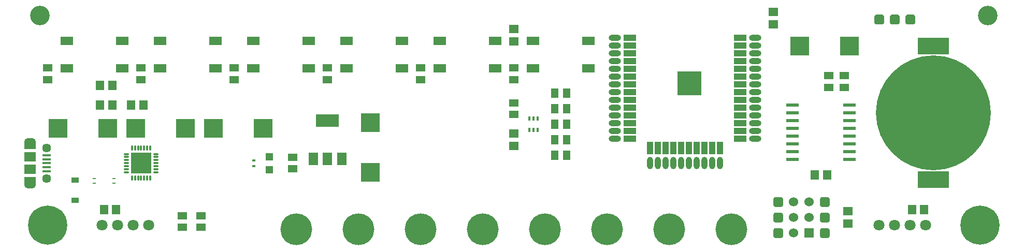
<source format=gbs>
G04 #@! TF.GenerationSoftware,KiCad,Pcbnew,no-vcs-found-67ccf76~61~ubuntu16.04.1*
G04 #@! TF.CreationDate,2018-03-11T14:56:02+05:30*
G04 #@! TF.ProjectId,k3jr_controller,6B336A725F636F6E74726F6C6C65722E,rev 1*
G04 #@! TF.SameCoordinates,Original*
G04 #@! TF.FileFunction,Soldermask,Bot*
G04 #@! TF.FilePolarity,Negative*
%FSLAX46Y46*%
G04 Gerber Fmt 4.6, Leading zero omitted, Abs format (unit mm)*
G04 Created by KiCad (PCBNEW no-vcs-found-67ccf76~61~ubuntu16.04.1) date Sun Mar 11 14:56:02 2018*
%MOMM*%
%LPD*%
G01*
G04 APERTURE LIST*
%ADD10R,1.900000X1.500000*%
%ADD11C,1.450000*%
%ADD12R,1.350000X0.400000*%
%ADD13O,1.900000X1.200000*%
%ADD14R,1.900000X1.200000*%
%ADD15C,0.800000*%
%ADD16C,6.400000*%
%ADD17R,2.100000X1.400000*%
%ADD18C,5.200000*%
%ADD19R,3.048000X3.048000*%
%ADD20O,0.850000X0.300000*%
%ADD21O,0.300000X0.850000*%
%ADD22R,1.675000X1.675000*%
%ADD23R,1.498600X1.300480*%
%ADD24R,1.350000X1.550000*%
%ADD25C,3.200000*%
%ADD26R,0.500000X0.250000*%
%ADD27R,1.500000X2.000000*%
%ADD28R,3.800000X2.000000*%
%ADD29R,1.300480X1.498600*%
%ADD30R,0.400000X0.650000*%
%ADD31R,1.550000X1.350000*%
%ADD32C,0.150000*%
%ADD33C,1.600000*%
%ADD34R,5.080000X2.794000*%
%ADD35C,18.796000*%
%ADD36R,1.998980X0.599440*%
%ADD37C,1.524000*%
%ADD38R,1.524000X1.524000*%
%ADD39C,1.800000*%
%ADD40R,1.200000X0.900000*%
%ADD41R,0.600000X0.400000*%
%ADD42O,1.000000X2.000000*%
%ADD43O,2.000000X1.000000*%
%ADD44R,4.000000X4.000000*%
%ADD45R,2.000000X1.000000*%
%ADD46R,1.000000X2.000000*%
%ADD47R,1.198880X1.198880*%
G04 APERTURE END LIST*
D10*
X52355000Y-76470000D03*
D11*
X55055000Y-79970000D03*
D12*
X55055000Y-78120000D03*
X55055000Y-78770000D03*
X55055000Y-76170000D03*
X55055000Y-76820000D03*
X55055000Y-77470000D03*
D11*
X55055000Y-74970000D03*
D10*
X52355000Y-78470000D03*
D13*
X52355000Y-80970000D03*
X52355000Y-73970000D03*
D14*
X52355000Y-74570000D03*
X52355000Y-80370000D03*
D15*
X56942056Y-85932944D03*
X55245000Y-85230000D03*
X53547944Y-85932944D03*
X52845000Y-87630000D03*
X53547944Y-89327056D03*
X55245000Y-90030000D03*
X56942056Y-89327056D03*
X57645000Y-87630000D03*
D16*
X55245000Y-87630000D03*
D17*
X73555000Y-57440000D03*
X82655000Y-57440000D03*
X82655000Y-61940000D03*
X73555000Y-61940000D03*
D18*
X126365000Y-88265000D03*
X156845000Y-88265000D03*
X167005000Y-88265000D03*
D19*
X186309000Y-58293000D03*
X178181000Y-58293000D03*
D15*
X70485000Y-77470000D03*
X69850000Y-76835000D03*
X71120000Y-76835000D03*
X71120000Y-78105000D03*
X69850000Y-78105000D03*
D20*
X68035000Y-78970000D03*
X68035000Y-78470000D03*
X68035000Y-77970000D03*
X68035000Y-77470000D03*
X68035000Y-76970000D03*
X68035000Y-76470000D03*
X68035000Y-75970000D03*
D21*
X68985000Y-75020000D03*
X69485000Y-75020000D03*
X69985000Y-75020000D03*
X70485000Y-75020000D03*
X70985000Y-75020000D03*
X71485000Y-75020000D03*
X71985000Y-75020000D03*
D20*
X72935000Y-75970000D03*
X72935000Y-76470000D03*
X72935000Y-76970000D03*
X72935000Y-77470000D03*
X72935000Y-77970000D03*
X72935000Y-78470000D03*
X72935000Y-78970000D03*
D21*
X71985000Y-79920000D03*
X71485000Y-79920000D03*
X70985000Y-79920000D03*
X70485000Y-79920000D03*
X69985000Y-79920000D03*
X69485000Y-79920000D03*
X68985000Y-79920000D03*
D22*
X71322500Y-76632500D03*
X71322500Y-78307500D03*
X69647500Y-76632500D03*
X69647500Y-78307500D03*
D23*
X70485000Y-61912500D03*
X70485000Y-63817500D03*
X85725000Y-61912500D03*
X85725000Y-63817500D03*
D24*
X64405000Y-85090000D03*
X66405000Y-85090000D03*
D17*
X143615000Y-61940000D03*
X134515000Y-61940000D03*
X134515000Y-57440000D03*
X143615000Y-57440000D03*
D25*
X53975000Y-53340000D03*
X208915000Y-53340000D03*
D26*
X66040000Y-80766000D03*
X66040000Y-80016000D03*
D19*
X107950000Y-78994000D03*
X107950000Y-70866000D03*
X82296000Y-71755000D03*
X90424000Y-71755000D03*
D24*
X182610000Y-79375000D03*
X180610000Y-79375000D03*
D23*
X100965000Y-61912500D03*
X100965000Y-63817500D03*
X116205000Y-61912500D03*
X116205000Y-63817500D03*
X80250000Y-86047500D03*
X80250000Y-87952500D03*
D27*
X103265000Y-76810000D03*
X98665000Y-76810000D03*
X100965000Y-76810000D03*
D28*
X100965000Y-70510000D03*
D29*
X140017500Y-68580000D03*
X138112500Y-68580000D03*
X138112500Y-71120000D03*
X140017500Y-71120000D03*
X140017500Y-73660000D03*
X138112500Y-73660000D03*
X140017500Y-76200000D03*
X138112500Y-76200000D03*
D23*
X131445000Y-63817500D03*
X131445000Y-61912500D03*
X55245000Y-63817500D03*
X55245000Y-61912500D03*
X95250000Y-76517500D03*
X95250000Y-78422500D03*
X131445000Y-67627500D03*
X131445000Y-69532500D03*
D30*
X133970000Y-72070000D03*
X135270000Y-72070000D03*
X134620000Y-70170000D03*
X134620000Y-72070000D03*
X135270000Y-70170000D03*
X133970000Y-70170000D03*
D31*
X173863000Y-54721000D03*
X173863000Y-52721000D03*
D24*
X68850000Y-67945000D03*
X70850000Y-67945000D03*
D17*
X88795000Y-57440000D03*
X97895000Y-57440000D03*
X97895000Y-61940000D03*
X88795000Y-61940000D03*
D19*
X77724000Y-71755000D03*
X69596000Y-71755000D03*
D24*
X65770000Y-67945000D03*
X63770000Y-67945000D03*
D19*
X56896000Y-71755000D03*
X65024000Y-71755000D03*
D31*
X131445000Y-57515000D03*
X131445000Y-55515000D03*
D24*
X65770000Y-64770000D03*
X63770000Y-64770000D03*
D23*
X77250000Y-86047500D03*
X77250000Y-87952500D03*
X185420000Y-63182500D03*
X185420000Y-65087500D03*
X182880000Y-63182500D03*
X182880000Y-65087500D03*
D32*
G36*
X191574207Y-53176926D02*
X191613036Y-53182686D01*
X191651114Y-53192224D01*
X191688073Y-53205448D01*
X191723559Y-53222231D01*
X191757228Y-53242412D01*
X191788757Y-53265796D01*
X191817843Y-53292157D01*
X191844204Y-53321243D01*
X191867588Y-53352772D01*
X191887769Y-53386441D01*
X191904552Y-53421927D01*
X191917776Y-53458886D01*
X191927314Y-53496964D01*
X191933074Y-53535793D01*
X191935000Y-53575000D01*
X191935000Y-54375000D01*
X191933074Y-54414207D01*
X191927314Y-54453036D01*
X191917776Y-54491114D01*
X191904552Y-54528073D01*
X191887769Y-54563559D01*
X191867588Y-54597228D01*
X191844204Y-54628757D01*
X191817843Y-54657843D01*
X191788757Y-54684204D01*
X191757228Y-54707588D01*
X191723559Y-54727769D01*
X191688073Y-54744552D01*
X191651114Y-54757776D01*
X191613036Y-54767314D01*
X191574207Y-54773074D01*
X191535000Y-54775000D01*
X190735000Y-54775000D01*
X190695793Y-54773074D01*
X190656964Y-54767314D01*
X190618886Y-54757776D01*
X190581927Y-54744552D01*
X190546441Y-54727769D01*
X190512772Y-54707588D01*
X190481243Y-54684204D01*
X190452157Y-54657843D01*
X190425796Y-54628757D01*
X190402412Y-54597228D01*
X190382231Y-54563559D01*
X190365448Y-54528073D01*
X190352224Y-54491114D01*
X190342686Y-54453036D01*
X190336926Y-54414207D01*
X190335000Y-54375000D01*
X190335000Y-53575000D01*
X190336926Y-53535793D01*
X190342686Y-53496964D01*
X190352224Y-53458886D01*
X190365448Y-53421927D01*
X190382231Y-53386441D01*
X190402412Y-53352772D01*
X190425796Y-53321243D01*
X190452157Y-53292157D01*
X190481243Y-53265796D01*
X190512772Y-53242412D01*
X190546441Y-53222231D01*
X190581927Y-53205448D01*
X190618886Y-53192224D01*
X190656964Y-53182686D01*
X190695793Y-53176926D01*
X190735000Y-53175000D01*
X191535000Y-53175000D01*
X191574207Y-53176926D01*
X191574207Y-53176926D01*
G37*
D33*
X191135000Y-53975000D03*
D17*
X104035000Y-57440000D03*
X113135000Y-57440000D03*
X113135000Y-61940000D03*
X104035000Y-61940000D03*
D15*
X209342056Y-85932944D03*
X207645000Y-85230000D03*
X205947944Y-85932944D03*
X205245000Y-87630000D03*
X205947944Y-89327056D03*
X207645000Y-90030000D03*
X209342056Y-89327056D03*
X210045000Y-87630000D03*
D16*
X207645000Y-87630000D03*
D34*
X200025000Y-80137000D03*
X200025000Y-58293000D03*
D35*
X200025000Y-69215000D03*
D36*
X176959260Y-67945000D03*
X176959260Y-69215000D03*
X176959260Y-70485000D03*
X176959260Y-71755000D03*
X176959260Y-73025000D03*
X176959260Y-74295000D03*
X176959260Y-75565000D03*
X176959260Y-76835000D03*
X186260740Y-76835000D03*
X186260740Y-75565000D03*
X186260740Y-74295000D03*
X186260740Y-73025000D03*
X186260740Y-71755000D03*
X186260740Y-70485000D03*
X186260740Y-69215000D03*
X186260740Y-67945000D03*
D17*
X67415000Y-61940000D03*
X58315000Y-61940000D03*
X58315000Y-57440000D03*
X67415000Y-57440000D03*
D18*
X136525000Y-88265000D03*
X146685000Y-88265000D03*
D32*
G36*
X182684207Y-88101926D02*
X182723036Y-88107686D01*
X182761114Y-88117224D01*
X182798073Y-88130448D01*
X182833559Y-88147231D01*
X182867228Y-88167412D01*
X182898757Y-88190796D01*
X182927843Y-88217157D01*
X182954204Y-88246243D01*
X182977588Y-88277772D01*
X182997769Y-88311441D01*
X183014552Y-88346927D01*
X183027776Y-88383886D01*
X183037314Y-88421964D01*
X183043074Y-88460793D01*
X183045000Y-88500000D01*
X183045000Y-89300000D01*
X183043074Y-89339207D01*
X183037314Y-89378036D01*
X183027776Y-89416114D01*
X183014552Y-89453073D01*
X182997769Y-89488559D01*
X182977588Y-89522228D01*
X182954204Y-89553757D01*
X182927843Y-89582843D01*
X182898757Y-89609204D01*
X182867228Y-89632588D01*
X182833559Y-89652769D01*
X182798073Y-89669552D01*
X182761114Y-89682776D01*
X182723036Y-89692314D01*
X182684207Y-89698074D01*
X182645000Y-89700000D01*
X181845000Y-89700000D01*
X181805793Y-89698074D01*
X181766964Y-89692314D01*
X181728886Y-89682776D01*
X181691927Y-89669552D01*
X181656441Y-89652769D01*
X181622772Y-89632588D01*
X181591243Y-89609204D01*
X181562157Y-89582843D01*
X181535796Y-89553757D01*
X181512412Y-89522228D01*
X181492231Y-89488559D01*
X181475448Y-89453073D01*
X181462224Y-89416114D01*
X181452686Y-89378036D01*
X181446926Y-89339207D01*
X181445000Y-89300000D01*
X181445000Y-88500000D01*
X181446926Y-88460793D01*
X181452686Y-88421964D01*
X181462224Y-88383886D01*
X181475448Y-88346927D01*
X181492231Y-88311441D01*
X181512412Y-88277772D01*
X181535796Y-88246243D01*
X181562157Y-88217157D01*
X181591243Y-88190796D01*
X181622772Y-88167412D01*
X181656441Y-88147231D01*
X181691927Y-88130448D01*
X181728886Y-88117224D01*
X181766964Y-88107686D01*
X181805793Y-88101926D01*
X181845000Y-88100000D01*
X182645000Y-88100000D01*
X182684207Y-88101926D01*
X182684207Y-88101926D01*
G37*
D33*
X182245000Y-88900000D03*
D32*
G36*
X175064207Y-88101926D02*
X175103036Y-88107686D01*
X175141114Y-88117224D01*
X175178073Y-88130448D01*
X175213559Y-88147231D01*
X175247228Y-88167412D01*
X175278757Y-88190796D01*
X175307843Y-88217157D01*
X175334204Y-88246243D01*
X175357588Y-88277772D01*
X175377769Y-88311441D01*
X175394552Y-88346927D01*
X175407776Y-88383886D01*
X175417314Y-88421964D01*
X175423074Y-88460793D01*
X175425000Y-88500000D01*
X175425000Y-89300000D01*
X175423074Y-89339207D01*
X175417314Y-89378036D01*
X175407776Y-89416114D01*
X175394552Y-89453073D01*
X175377769Y-89488559D01*
X175357588Y-89522228D01*
X175334204Y-89553757D01*
X175307843Y-89582843D01*
X175278757Y-89609204D01*
X175247228Y-89632588D01*
X175213559Y-89652769D01*
X175178073Y-89669552D01*
X175141114Y-89682776D01*
X175103036Y-89692314D01*
X175064207Y-89698074D01*
X175025000Y-89700000D01*
X174225000Y-89700000D01*
X174185793Y-89698074D01*
X174146964Y-89692314D01*
X174108886Y-89682776D01*
X174071927Y-89669552D01*
X174036441Y-89652769D01*
X174002772Y-89632588D01*
X173971243Y-89609204D01*
X173942157Y-89582843D01*
X173915796Y-89553757D01*
X173892412Y-89522228D01*
X173872231Y-89488559D01*
X173855448Y-89453073D01*
X173842224Y-89416114D01*
X173832686Y-89378036D01*
X173826926Y-89339207D01*
X173825000Y-89300000D01*
X173825000Y-88500000D01*
X173826926Y-88460793D01*
X173832686Y-88421964D01*
X173842224Y-88383886D01*
X173855448Y-88346927D01*
X173872231Y-88311441D01*
X173892412Y-88277772D01*
X173915796Y-88246243D01*
X173942157Y-88217157D01*
X173971243Y-88190796D01*
X174002772Y-88167412D01*
X174036441Y-88147231D01*
X174071927Y-88130448D01*
X174108886Y-88117224D01*
X174146964Y-88107686D01*
X174185793Y-88101926D01*
X174225000Y-88100000D01*
X175025000Y-88100000D01*
X175064207Y-88101926D01*
X175064207Y-88101926D01*
G37*
D33*
X174625000Y-88900000D03*
D32*
G36*
X182684207Y-85561926D02*
X182723036Y-85567686D01*
X182761114Y-85577224D01*
X182798073Y-85590448D01*
X182833559Y-85607231D01*
X182867228Y-85627412D01*
X182898757Y-85650796D01*
X182927843Y-85677157D01*
X182954204Y-85706243D01*
X182977588Y-85737772D01*
X182997769Y-85771441D01*
X183014552Y-85806927D01*
X183027776Y-85843886D01*
X183037314Y-85881964D01*
X183043074Y-85920793D01*
X183045000Y-85960000D01*
X183045000Y-86760000D01*
X183043074Y-86799207D01*
X183037314Y-86838036D01*
X183027776Y-86876114D01*
X183014552Y-86913073D01*
X182997769Y-86948559D01*
X182977588Y-86982228D01*
X182954204Y-87013757D01*
X182927843Y-87042843D01*
X182898757Y-87069204D01*
X182867228Y-87092588D01*
X182833559Y-87112769D01*
X182798073Y-87129552D01*
X182761114Y-87142776D01*
X182723036Y-87152314D01*
X182684207Y-87158074D01*
X182645000Y-87160000D01*
X181845000Y-87160000D01*
X181805793Y-87158074D01*
X181766964Y-87152314D01*
X181728886Y-87142776D01*
X181691927Y-87129552D01*
X181656441Y-87112769D01*
X181622772Y-87092588D01*
X181591243Y-87069204D01*
X181562157Y-87042843D01*
X181535796Y-87013757D01*
X181512412Y-86982228D01*
X181492231Y-86948559D01*
X181475448Y-86913073D01*
X181462224Y-86876114D01*
X181452686Y-86838036D01*
X181446926Y-86799207D01*
X181445000Y-86760000D01*
X181445000Y-85960000D01*
X181446926Y-85920793D01*
X181452686Y-85881964D01*
X181462224Y-85843886D01*
X181475448Y-85806927D01*
X181492231Y-85771441D01*
X181512412Y-85737772D01*
X181535796Y-85706243D01*
X181562157Y-85677157D01*
X181591243Y-85650796D01*
X181622772Y-85627412D01*
X181656441Y-85607231D01*
X181691927Y-85590448D01*
X181728886Y-85577224D01*
X181766964Y-85567686D01*
X181805793Y-85561926D01*
X181845000Y-85560000D01*
X182645000Y-85560000D01*
X182684207Y-85561926D01*
X182684207Y-85561926D01*
G37*
D33*
X182245000Y-86360000D03*
D37*
X179705000Y-83820000D03*
X177165000Y-83820000D03*
X179705000Y-86360000D03*
X177165000Y-86360000D03*
D38*
X179705000Y-88900000D03*
D37*
X177165000Y-88900000D03*
D32*
G36*
X175064207Y-85561926D02*
X175103036Y-85567686D01*
X175141114Y-85577224D01*
X175178073Y-85590448D01*
X175213559Y-85607231D01*
X175247228Y-85627412D01*
X175278757Y-85650796D01*
X175307843Y-85677157D01*
X175334204Y-85706243D01*
X175357588Y-85737772D01*
X175377769Y-85771441D01*
X175394552Y-85806927D01*
X175407776Y-85843886D01*
X175417314Y-85881964D01*
X175423074Y-85920793D01*
X175425000Y-85960000D01*
X175425000Y-86760000D01*
X175423074Y-86799207D01*
X175417314Y-86838036D01*
X175407776Y-86876114D01*
X175394552Y-86913073D01*
X175377769Y-86948559D01*
X175357588Y-86982228D01*
X175334204Y-87013757D01*
X175307843Y-87042843D01*
X175278757Y-87069204D01*
X175247228Y-87092588D01*
X175213559Y-87112769D01*
X175178073Y-87129552D01*
X175141114Y-87142776D01*
X175103036Y-87152314D01*
X175064207Y-87158074D01*
X175025000Y-87160000D01*
X174225000Y-87160000D01*
X174185793Y-87158074D01*
X174146964Y-87152314D01*
X174108886Y-87142776D01*
X174071927Y-87129552D01*
X174036441Y-87112769D01*
X174002772Y-87092588D01*
X173971243Y-87069204D01*
X173942157Y-87042843D01*
X173915796Y-87013757D01*
X173892412Y-86982228D01*
X173872231Y-86948559D01*
X173855448Y-86913073D01*
X173842224Y-86876114D01*
X173832686Y-86838036D01*
X173826926Y-86799207D01*
X173825000Y-86760000D01*
X173825000Y-85960000D01*
X173826926Y-85920793D01*
X173832686Y-85881964D01*
X173842224Y-85843886D01*
X173855448Y-85806927D01*
X173872231Y-85771441D01*
X173892412Y-85737772D01*
X173915796Y-85706243D01*
X173942157Y-85677157D01*
X173971243Y-85650796D01*
X174002772Y-85627412D01*
X174036441Y-85607231D01*
X174071927Y-85590448D01*
X174108886Y-85577224D01*
X174146964Y-85567686D01*
X174185793Y-85561926D01*
X174225000Y-85560000D01*
X175025000Y-85560000D01*
X175064207Y-85561926D01*
X175064207Y-85561926D01*
G37*
D33*
X174625000Y-86360000D03*
D32*
G36*
X182684207Y-83021926D02*
X182723036Y-83027686D01*
X182761114Y-83037224D01*
X182798073Y-83050448D01*
X182833559Y-83067231D01*
X182867228Y-83087412D01*
X182898757Y-83110796D01*
X182927843Y-83137157D01*
X182954204Y-83166243D01*
X182977588Y-83197772D01*
X182997769Y-83231441D01*
X183014552Y-83266927D01*
X183027776Y-83303886D01*
X183037314Y-83341964D01*
X183043074Y-83380793D01*
X183045000Y-83420000D01*
X183045000Y-84220000D01*
X183043074Y-84259207D01*
X183037314Y-84298036D01*
X183027776Y-84336114D01*
X183014552Y-84373073D01*
X182997769Y-84408559D01*
X182977588Y-84442228D01*
X182954204Y-84473757D01*
X182927843Y-84502843D01*
X182898757Y-84529204D01*
X182867228Y-84552588D01*
X182833559Y-84572769D01*
X182798073Y-84589552D01*
X182761114Y-84602776D01*
X182723036Y-84612314D01*
X182684207Y-84618074D01*
X182645000Y-84620000D01*
X181845000Y-84620000D01*
X181805793Y-84618074D01*
X181766964Y-84612314D01*
X181728886Y-84602776D01*
X181691927Y-84589552D01*
X181656441Y-84572769D01*
X181622772Y-84552588D01*
X181591243Y-84529204D01*
X181562157Y-84502843D01*
X181535796Y-84473757D01*
X181512412Y-84442228D01*
X181492231Y-84408559D01*
X181475448Y-84373073D01*
X181462224Y-84336114D01*
X181452686Y-84298036D01*
X181446926Y-84259207D01*
X181445000Y-84220000D01*
X181445000Y-83420000D01*
X181446926Y-83380793D01*
X181452686Y-83341964D01*
X181462224Y-83303886D01*
X181475448Y-83266927D01*
X181492231Y-83231441D01*
X181512412Y-83197772D01*
X181535796Y-83166243D01*
X181562157Y-83137157D01*
X181591243Y-83110796D01*
X181622772Y-83087412D01*
X181656441Y-83067231D01*
X181691927Y-83050448D01*
X181728886Y-83037224D01*
X181766964Y-83027686D01*
X181805793Y-83021926D01*
X181845000Y-83020000D01*
X182645000Y-83020000D01*
X182684207Y-83021926D01*
X182684207Y-83021926D01*
G37*
D33*
X182245000Y-83820000D03*
D32*
G36*
X175064207Y-83021926D02*
X175103036Y-83027686D01*
X175141114Y-83037224D01*
X175178073Y-83050448D01*
X175213559Y-83067231D01*
X175247228Y-83087412D01*
X175278757Y-83110796D01*
X175307843Y-83137157D01*
X175334204Y-83166243D01*
X175357588Y-83197772D01*
X175377769Y-83231441D01*
X175394552Y-83266927D01*
X175407776Y-83303886D01*
X175417314Y-83341964D01*
X175423074Y-83380793D01*
X175425000Y-83420000D01*
X175425000Y-84220000D01*
X175423074Y-84259207D01*
X175417314Y-84298036D01*
X175407776Y-84336114D01*
X175394552Y-84373073D01*
X175377769Y-84408559D01*
X175357588Y-84442228D01*
X175334204Y-84473757D01*
X175307843Y-84502843D01*
X175278757Y-84529204D01*
X175247228Y-84552588D01*
X175213559Y-84572769D01*
X175178073Y-84589552D01*
X175141114Y-84602776D01*
X175103036Y-84612314D01*
X175064207Y-84618074D01*
X175025000Y-84620000D01*
X174225000Y-84620000D01*
X174185793Y-84618074D01*
X174146964Y-84612314D01*
X174108886Y-84602776D01*
X174071927Y-84589552D01*
X174036441Y-84572769D01*
X174002772Y-84552588D01*
X173971243Y-84529204D01*
X173942157Y-84502843D01*
X173915796Y-84473757D01*
X173892412Y-84442228D01*
X173872231Y-84408559D01*
X173855448Y-84373073D01*
X173842224Y-84336114D01*
X173832686Y-84298036D01*
X173826926Y-84259207D01*
X173825000Y-84220000D01*
X173825000Y-83420000D01*
X173826926Y-83380793D01*
X173832686Y-83341964D01*
X173842224Y-83303886D01*
X173855448Y-83266927D01*
X173872231Y-83231441D01*
X173892412Y-83197772D01*
X173915796Y-83166243D01*
X173942157Y-83137157D01*
X173971243Y-83110796D01*
X174002772Y-83087412D01*
X174036441Y-83067231D01*
X174071927Y-83050448D01*
X174108886Y-83037224D01*
X174146964Y-83027686D01*
X174185793Y-83021926D01*
X174225000Y-83020000D01*
X175025000Y-83020000D01*
X175064207Y-83021926D01*
X175064207Y-83021926D01*
G37*
D33*
X174625000Y-83820000D03*
D31*
X186055000Y-87360000D03*
X186055000Y-85360000D03*
D32*
G36*
X196654207Y-53176926D02*
X196693036Y-53182686D01*
X196731114Y-53192224D01*
X196768073Y-53205448D01*
X196803559Y-53222231D01*
X196837228Y-53242412D01*
X196868757Y-53265796D01*
X196897843Y-53292157D01*
X196924204Y-53321243D01*
X196947588Y-53352772D01*
X196967769Y-53386441D01*
X196984552Y-53421927D01*
X196997776Y-53458886D01*
X197007314Y-53496964D01*
X197013074Y-53535793D01*
X197015000Y-53575000D01*
X197015000Y-54375000D01*
X197013074Y-54414207D01*
X197007314Y-54453036D01*
X196997776Y-54491114D01*
X196984552Y-54528073D01*
X196967769Y-54563559D01*
X196947588Y-54597228D01*
X196924204Y-54628757D01*
X196897843Y-54657843D01*
X196868757Y-54684204D01*
X196837228Y-54707588D01*
X196803559Y-54727769D01*
X196768073Y-54744552D01*
X196731114Y-54757776D01*
X196693036Y-54767314D01*
X196654207Y-54773074D01*
X196615000Y-54775000D01*
X195815000Y-54775000D01*
X195775793Y-54773074D01*
X195736964Y-54767314D01*
X195698886Y-54757776D01*
X195661927Y-54744552D01*
X195626441Y-54727769D01*
X195592772Y-54707588D01*
X195561243Y-54684204D01*
X195532157Y-54657843D01*
X195505796Y-54628757D01*
X195482412Y-54597228D01*
X195462231Y-54563559D01*
X195445448Y-54528073D01*
X195432224Y-54491114D01*
X195422686Y-54453036D01*
X195416926Y-54414207D01*
X195415000Y-54375000D01*
X195415000Y-53575000D01*
X195416926Y-53535793D01*
X195422686Y-53496964D01*
X195432224Y-53458886D01*
X195445448Y-53421927D01*
X195462231Y-53386441D01*
X195482412Y-53352772D01*
X195505796Y-53321243D01*
X195532157Y-53292157D01*
X195561243Y-53265796D01*
X195592772Y-53242412D01*
X195626441Y-53222231D01*
X195661927Y-53205448D01*
X195698886Y-53192224D01*
X195736964Y-53182686D01*
X195775793Y-53176926D01*
X195815000Y-53175000D01*
X196615000Y-53175000D01*
X196654207Y-53176926D01*
X196654207Y-53176926D01*
G37*
D33*
X196215000Y-53975000D03*
D32*
G36*
X194114207Y-53176926D02*
X194153036Y-53182686D01*
X194191114Y-53192224D01*
X194228073Y-53205448D01*
X194263559Y-53222231D01*
X194297228Y-53242412D01*
X194328757Y-53265796D01*
X194357843Y-53292157D01*
X194384204Y-53321243D01*
X194407588Y-53352772D01*
X194427769Y-53386441D01*
X194444552Y-53421927D01*
X194457776Y-53458886D01*
X194467314Y-53496964D01*
X194473074Y-53535793D01*
X194475000Y-53575000D01*
X194475000Y-54375000D01*
X194473074Y-54414207D01*
X194467314Y-54453036D01*
X194457776Y-54491114D01*
X194444552Y-54528073D01*
X194427769Y-54563559D01*
X194407588Y-54597228D01*
X194384204Y-54628757D01*
X194357843Y-54657843D01*
X194328757Y-54684204D01*
X194297228Y-54707588D01*
X194263559Y-54727769D01*
X194228073Y-54744552D01*
X194191114Y-54757776D01*
X194153036Y-54767314D01*
X194114207Y-54773074D01*
X194075000Y-54775000D01*
X193275000Y-54775000D01*
X193235793Y-54773074D01*
X193196964Y-54767314D01*
X193158886Y-54757776D01*
X193121927Y-54744552D01*
X193086441Y-54727769D01*
X193052772Y-54707588D01*
X193021243Y-54684204D01*
X192992157Y-54657843D01*
X192965796Y-54628757D01*
X192942412Y-54597228D01*
X192922231Y-54563559D01*
X192905448Y-54528073D01*
X192892224Y-54491114D01*
X192882686Y-54453036D01*
X192876926Y-54414207D01*
X192875000Y-54375000D01*
X192875000Y-53575000D01*
X192876926Y-53535793D01*
X192882686Y-53496964D01*
X192892224Y-53458886D01*
X192905448Y-53421927D01*
X192922231Y-53386441D01*
X192942412Y-53352772D01*
X192965796Y-53321243D01*
X192992157Y-53292157D01*
X193021243Y-53265796D01*
X193052772Y-53242412D01*
X193086441Y-53222231D01*
X193121927Y-53205448D01*
X193158886Y-53192224D01*
X193196964Y-53182686D01*
X193235793Y-53176926D01*
X193275000Y-53175000D01*
X194075000Y-53175000D01*
X194114207Y-53176926D01*
X194114207Y-53176926D01*
G37*
D33*
X193675000Y-53975000D03*
D39*
X64135000Y-87630000D03*
X66675000Y-87630000D03*
X69215000Y-87630000D03*
X71755000Y-87630000D03*
X191135000Y-87630000D03*
X193675000Y-87630000D03*
X196215000Y-87630000D03*
X198755000Y-87630000D03*
D24*
X196485000Y-85090000D03*
X198485000Y-85090000D03*
D40*
X59690000Y-80265000D03*
X59690000Y-83565000D03*
D26*
X62865000Y-80766000D03*
X62865000Y-80016000D03*
D18*
X106045000Y-88265000D03*
X95885000Y-88265000D03*
D41*
X88900000Y-77920000D03*
X88900000Y-77020000D03*
D42*
X158750000Y-77480000D03*
X153670000Y-77480000D03*
X154940000Y-77480000D03*
X156210000Y-77480000D03*
X157480000Y-77480000D03*
X160020000Y-77480000D03*
X161290000Y-77480000D03*
X162560000Y-77480000D03*
X163830000Y-77480000D03*
X165100000Y-77480000D03*
D43*
X147885000Y-59520000D03*
X147885000Y-70950000D03*
X147885000Y-62060000D03*
X147885000Y-64600000D03*
X147885000Y-65870000D03*
X147885000Y-72220000D03*
X147885000Y-73490000D03*
X147885000Y-63330000D03*
X147885000Y-69680000D03*
X147885000Y-56980000D03*
X147885000Y-60790000D03*
X147885000Y-68410000D03*
X147885000Y-67140000D03*
X147885000Y-58250000D03*
X170885000Y-73490000D03*
X170885000Y-72220000D03*
X170885000Y-70950000D03*
X170885000Y-69680000D03*
X170885000Y-68410000D03*
X170885000Y-67140000D03*
X170885000Y-65870000D03*
X170885000Y-64600000D03*
X170885000Y-63330000D03*
X170885000Y-62060000D03*
X170885000Y-60790000D03*
X170885000Y-59520000D03*
X170885000Y-58250000D03*
X170885000Y-56980000D03*
D44*
X160085000Y-64380000D03*
D45*
X150385000Y-56980000D03*
X150385000Y-58250000D03*
X150385000Y-59520000D03*
X150385000Y-60790000D03*
X150385000Y-62060000D03*
X150385000Y-63330000D03*
X150385000Y-64600000D03*
X150385000Y-65870000D03*
X150385000Y-67140000D03*
X150385000Y-68410000D03*
X150385000Y-69680000D03*
X150385000Y-70950000D03*
X150385000Y-72220000D03*
X150385000Y-73490000D03*
D46*
X153670000Y-74980000D03*
X154940000Y-74980000D03*
X156210000Y-74980000D03*
X157480000Y-74980000D03*
X158750000Y-74980000D03*
X160020000Y-74980000D03*
X161290000Y-74980000D03*
X162560000Y-74980000D03*
X163830000Y-74980000D03*
X165100000Y-74980000D03*
D45*
X168385000Y-73490000D03*
X168385000Y-72220000D03*
X168385000Y-70950000D03*
X168385000Y-69680000D03*
X168385000Y-68410000D03*
X168385000Y-67140000D03*
X168385000Y-65870000D03*
X168385000Y-64600000D03*
X168385000Y-63330000D03*
X168385000Y-62060000D03*
X168385000Y-60790000D03*
X168385000Y-59520000D03*
X168385000Y-58250000D03*
X168385000Y-56980000D03*
D29*
X140017500Y-66040000D03*
X138112500Y-66040000D03*
D31*
X131445000Y-72660000D03*
X131445000Y-74660000D03*
D17*
X119275000Y-57440000D03*
X128375000Y-57440000D03*
X128375000Y-61940000D03*
X119275000Y-61940000D03*
D47*
X91440000Y-78519020D03*
X91440000Y-76420980D03*
D18*
X116205000Y-88265000D03*
M02*

</source>
